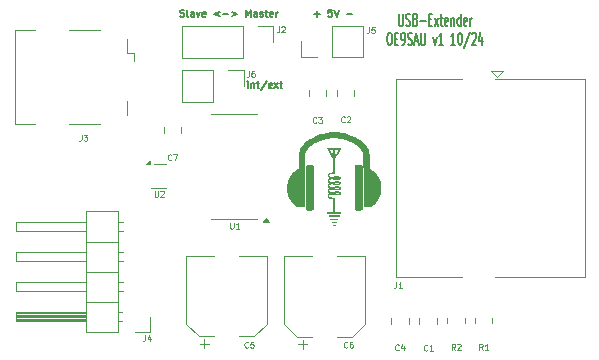
<source format=gbr>
%TF.GenerationSoftware,KiCad,Pcbnew,8.0.5*%
%TF.CreationDate,2024-10-10T08:08:50+02:00*%
%TF.ProjectId,USB-Extender_v1,5553422d-4578-4746-956e-6465725f7631,rev?*%
%TF.SameCoordinates,Original*%
%TF.FileFunction,Legend,Top*%
%TF.FilePolarity,Positive*%
%FSLAX46Y46*%
G04 Gerber Fmt 4.6, Leading zero omitted, Abs format (unit mm)*
G04 Created by KiCad (PCBNEW 8.0.5) date 2024-10-10 08:08:50*
%MOMM*%
%LPD*%
G01*
G04 APERTURE LIST*
%ADD10C,0.150000*%
%ADD11C,0.125000*%
%ADD12C,0.120000*%
%ADD13C,0.000000*%
G04 APERTURE END LIST*
D10*
X114258969Y-59935800D02*
X114344684Y-59964371D01*
X114344684Y-59964371D02*
X114487541Y-59964371D01*
X114487541Y-59964371D02*
X114544684Y-59935800D01*
X114544684Y-59935800D02*
X114573255Y-59907228D01*
X114573255Y-59907228D02*
X114601826Y-59850085D01*
X114601826Y-59850085D02*
X114601826Y-59792942D01*
X114601826Y-59792942D02*
X114573255Y-59735800D01*
X114573255Y-59735800D02*
X114544684Y-59707228D01*
X114544684Y-59707228D02*
X114487541Y-59678657D01*
X114487541Y-59678657D02*
X114373255Y-59650085D01*
X114373255Y-59650085D02*
X114316112Y-59621514D01*
X114316112Y-59621514D02*
X114287541Y-59592942D01*
X114287541Y-59592942D02*
X114258969Y-59535800D01*
X114258969Y-59535800D02*
X114258969Y-59478657D01*
X114258969Y-59478657D02*
X114287541Y-59421514D01*
X114287541Y-59421514D02*
X114316112Y-59392942D01*
X114316112Y-59392942D02*
X114373255Y-59364371D01*
X114373255Y-59364371D02*
X114516112Y-59364371D01*
X114516112Y-59364371D02*
X114601826Y-59392942D01*
X114944684Y-59964371D02*
X114887541Y-59935800D01*
X114887541Y-59935800D02*
X114858970Y-59878657D01*
X114858970Y-59878657D02*
X114858970Y-59364371D01*
X115430399Y-59964371D02*
X115430399Y-59650085D01*
X115430399Y-59650085D02*
X115401827Y-59592942D01*
X115401827Y-59592942D02*
X115344684Y-59564371D01*
X115344684Y-59564371D02*
X115230399Y-59564371D01*
X115230399Y-59564371D02*
X115173256Y-59592942D01*
X115430399Y-59935800D02*
X115373256Y-59964371D01*
X115373256Y-59964371D02*
X115230399Y-59964371D01*
X115230399Y-59964371D02*
X115173256Y-59935800D01*
X115173256Y-59935800D02*
X115144684Y-59878657D01*
X115144684Y-59878657D02*
X115144684Y-59821514D01*
X115144684Y-59821514D02*
X115173256Y-59764371D01*
X115173256Y-59764371D02*
X115230399Y-59735800D01*
X115230399Y-59735800D02*
X115373256Y-59735800D01*
X115373256Y-59735800D02*
X115430399Y-59707228D01*
X115658970Y-59564371D02*
X115801827Y-59964371D01*
X115801827Y-59964371D02*
X115944684Y-59564371D01*
X116401827Y-59935800D02*
X116344684Y-59964371D01*
X116344684Y-59964371D02*
X116230399Y-59964371D01*
X116230399Y-59964371D02*
X116173256Y-59935800D01*
X116173256Y-59935800D02*
X116144684Y-59878657D01*
X116144684Y-59878657D02*
X116144684Y-59650085D01*
X116144684Y-59650085D02*
X116173256Y-59592942D01*
X116173256Y-59592942D02*
X116230399Y-59564371D01*
X116230399Y-59564371D02*
X116344684Y-59564371D01*
X116344684Y-59564371D02*
X116401827Y-59592942D01*
X116401827Y-59592942D02*
X116430399Y-59650085D01*
X116430399Y-59650085D02*
X116430399Y-59707228D01*
X116430399Y-59707228D02*
X116144684Y-59764371D01*
X117601828Y-59564371D02*
X117144685Y-59735800D01*
X117144685Y-59735800D02*
X117601828Y-59907228D01*
X117887542Y-59735800D02*
X118344685Y-59735800D01*
X118630399Y-59564371D02*
X119087542Y-59735800D01*
X119087542Y-59735800D02*
X118630399Y-59907228D01*
X119830399Y-59964371D02*
X119830399Y-59364371D01*
X119830399Y-59364371D02*
X120030399Y-59792942D01*
X120030399Y-59792942D02*
X120230399Y-59364371D01*
X120230399Y-59364371D02*
X120230399Y-59964371D01*
X120773256Y-59964371D02*
X120773256Y-59650085D01*
X120773256Y-59650085D02*
X120744684Y-59592942D01*
X120744684Y-59592942D02*
X120687541Y-59564371D01*
X120687541Y-59564371D02*
X120573256Y-59564371D01*
X120573256Y-59564371D02*
X120516113Y-59592942D01*
X120773256Y-59935800D02*
X120716113Y-59964371D01*
X120716113Y-59964371D02*
X120573256Y-59964371D01*
X120573256Y-59964371D02*
X120516113Y-59935800D01*
X120516113Y-59935800D02*
X120487541Y-59878657D01*
X120487541Y-59878657D02*
X120487541Y-59821514D01*
X120487541Y-59821514D02*
X120516113Y-59764371D01*
X120516113Y-59764371D02*
X120573256Y-59735800D01*
X120573256Y-59735800D02*
X120716113Y-59735800D01*
X120716113Y-59735800D02*
X120773256Y-59707228D01*
X121030398Y-59935800D02*
X121087541Y-59964371D01*
X121087541Y-59964371D02*
X121201827Y-59964371D01*
X121201827Y-59964371D02*
X121258970Y-59935800D01*
X121258970Y-59935800D02*
X121287541Y-59878657D01*
X121287541Y-59878657D02*
X121287541Y-59850085D01*
X121287541Y-59850085D02*
X121258970Y-59792942D01*
X121258970Y-59792942D02*
X121201827Y-59764371D01*
X121201827Y-59764371D02*
X121116113Y-59764371D01*
X121116113Y-59764371D02*
X121058970Y-59735800D01*
X121058970Y-59735800D02*
X121030398Y-59678657D01*
X121030398Y-59678657D02*
X121030398Y-59650085D01*
X121030398Y-59650085D02*
X121058970Y-59592942D01*
X121058970Y-59592942D02*
X121116113Y-59564371D01*
X121116113Y-59564371D02*
X121201827Y-59564371D01*
X121201827Y-59564371D02*
X121258970Y-59592942D01*
X121458969Y-59564371D02*
X121687541Y-59564371D01*
X121544684Y-59364371D02*
X121544684Y-59878657D01*
X121544684Y-59878657D02*
X121573255Y-59935800D01*
X121573255Y-59935800D02*
X121630398Y-59964371D01*
X121630398Y-59964371D02*
X121687541Y-59964371D01*
X122116112Y-59935800D02*
X122058969Y-59964371D01*
X122058969Y-59964371D02*
X121944684Y-59964371D01*
X121944684Y-59964371D02*
X121887541Y-59935800D01*
X121887541Y-59935800D02*
X121858969Y-59878657D01*
X121858969Y-59878657D02*
X121858969Y-59650085D01*
X121858969Y-59650085D02*
X121887541Y-59592942D01*
X121887541Y-59592942D02*
X121944684Y-59564371D01*
X121944684Y-59564371D02*
X122058969Y-59564371D01*
X122058969Y-59564371D02*
X122116112Y-59592942D01*
X122116112Y-59592942D02*
X122144684Y-59650085D01*
X122144684Y-59650085D02*
X122144684Y-59707228D01*
X122144684Y-59707228D02*
X121858969Y-59764371D01*
X122401827Y-59964371D02*
X122401827Y-59564371D01*
X122401827Y-59678657D02*
X122430398Y-59621514D01*
X122430398Y-59621514D02*
X122458970Y-59592942D01*
X122458970Y-59592942D02*
X122516112Y-59564371D01*
X122516112Y-59564371D02*
X122573255Y-59564371D01*
X125615941Y-59735800D02*
X126073084Y-59735800D01*
X125844512Y-59964371D02*
X125844512Y-59507228D01*
X127101655Y-59364371D02*
X126815941Y-59364371D01*
X126815941Y-59364371D02*
X126787369Y-59650085D01*
X126787369Y-59650085D02*
X126815941Y-59621514D01*
X126815941Y-59621514D02*
X126873084Y-59592942D01*
X126873084Y-59592942D02*
X127015941Y-59592942D01*
X127015941Y-59592942D02*
X127073084Y-59621514D01*
X127073084Y-59621514D02*
X127101655Y-59650085D01*
X127101655Y-59650085D02*
X127130226Y-59707228D01*
X127130226Y-59707228D02*
X127130226Y-59850085D01*
X127130226Y-59850085D02*
X127101655Y-59907228D01*
X127101655Y-59907228D02*
X127073084Y-59935800D01*
X127073084Y-59935800D02*
X127015941Y-59964371D01*
X127015941Y-59964371D02*
X126873084Y-59964371D01*
X126873084Y-59964371D02*
X126815941Y-59935800D01*
X126815941Y-59935800D02*
X126787369Y-59907228D01*
X127301655Y-59364371D02*
X127501655Y-59964371D01*
X127501655Y-59964371D02*
X127701655Y-59364371D01*
X128358799Y-59735800D02*
X128815942Y-59735800D01*
X119977141Y-66009571D02*
X119977141Y-65609571D01*
X119977141Y-65409571D02*
X119948569Y-65438142D01*
X119948569Y-65438142D02*
X119977141Y-65466714D01*
X119977141Y-65466714D02*
X120005712Y-65438142D01*
X120005712Y-65438142D02*
X119977141Y-65409571D01*
X119977141Y-65409571D02*
X119977141Y-65466714D01*
X120262855Y-65609571D02*
X120262855Y-66009571D01*
X120262855Y-65666714D02*
X120291426Y-65638142D01*
X120291426Y-65638142D02*
X120348569Y-65609571D01*
X120348569Y-65609571D02*
X120434283Y-65609571D01*
X120434283Y-65609571D02*
X120491426Y-65638142D01*
X120491426Y-65638142D02*
X120519998Y-65695285D01*
X120519998Y-65695285D02*
X120519998Y-66009571D01*
X120719997Y-65609571D02*
X120948569Y-65609571D01*
X120805712Y-65409571D02*
X120805712Y-65923857D01*
X120805712Y-65923857D02*
X120834283Y-65981000D01*
X120834283Y-65981000D02*
X120891426Y-66009571D01*
X120891426Y-66009571D02*
X120948569Y-66009571D01*
X121577140Y-65381000D02*
X121062854Y-66152428D01*
X122005711Y-65981000D02*
X121948568Y-66009571D01*
X121948568Y-66009571D02*
X121834283Y-66009571D01*
X121834283Y-66009571D02*
X121777140Y-65981000D01*
X121777140Y-65981000D02*
X121748568Y-65923857D01*
X121748568Y-65923857D02*
X121748568Y-65695285D01*
X121748568Y-65695285D02*
X121777140Y-65638142D01*
X121777140Y-65638142D02*
X121834283Y-65609571D01*
X121834283Y-65609571D02*
X121948568Y-65609571D01*
X121948568Y-65609571D02*
X122005711Y-65638142D01*
X122005711Y-65638142D02*
X122034283Y-65695285D01*
X122034283Y-65695285D02*
X122034283Y-65752428D01*
X122034283Y-65752428D02*
X121748568Y-65809571D01*
X122234283Y-66009571D02*
X122548569Y-65609571D01*
X122234283Y-65609571D02*
X122548569Y-66009571D01*
X122691425Y-65609571D02*
X122919997Y-65609571D01*
X122777140Y-65409571D02*
X122777140Y-65923857D01*
X122777140Y-65923857D02*
X122805711Y-65981000D01*
X122805711Y-65981000D02*
X122862854Y-66009571D01*
X122862854Y-66009571D02*
X122919997Y-66009571D01*
X132782057Y-59717819D02*
X132782057Y-60527342D01*
X132782057Y-60527342D02*
X132810628Y-60622580D01*
X132810628Y-60622580D02*
X132839200Y-60670200D01*
X132839200Y-60670200D02*
X132896342Y-60717819D01*
X132896342Y-60717819D02*
X133010628Y-60717819D01*
X133010628Y-60717819D02*
X133067771Y-60670200D01*
X133067771Y-60670200D02*
X133096342Y-60622580D01*
X133096342Y-60622580D02*
X133124914Y-60527342D01*
X133124914Y-60527342D02*
X133124914Y-59717819D01*
X133382056Y-60670200D02*
X133467771Y-60717819D01*
X133467771Y-60717819D02*
X133610628Y-60717819D01*
X133610628Y-60717819D02*
X133667771Y-60670200D01*
X133667771Y-60670200D02*
X133696342Y-60622580D01*
X133696342Y-60622580D02*
X133724913Y-60527342D01*
X133724913Y-60527342D02*
X133724913Y-60432104D01*
X133724913Y-60432104D02*
X133696342Y-60336866D01*
X133696342Y-60336866D02*
X133667771Y-60289247D01*
X133667771Y-60289247D02*
X133610628Y-60241628D01*
X133610628Y-60241628D02*
X133496342Y-60194009D01*
X133496342Y-60194009D02*
X133439199Y-60146390D01*
X133439199Y-60146390D02*
X133410628Y-60098771D01*
X133410628Y-60098771D02*
X133382056Y-60003533D01*
X133382056Y-60003533D02*
X133382056Y-59908295D01*
X133382056Y-59908295D02*
X133410628Y-59813057D01*
X133410628Y-59813057D02*
X133439199Y-59765438D01*
X133439199Y-59765438D02*
X133496342Y-59717819D01*
X133496342Y-59717819D02*
X133639199Y-59717819D01*
X133639199Y-59717819D02*
X133724913Y-59765438D01*
X134182057Y-60194009D02*
X134267771Y-60241628D01*
X134267771Y-60241628D02*
X134296342Y-60289247D01*
X134296342Y-60289247D02*
X134324914Y-60384485D01*
X134324914Y-60384485D02*
X134324914Y-60527342D01*
X134324914Y-60527342D02*
X134296342Y-60622580D01*
X134296342Y-60622580D02*
X134267771Y-60670200D01*
X134267771Y-60670200D02*
X134210628Y-60717819D01*
X134210628Y-60717819D02*
X133982057Y-60717819D01*
X133982057Y-60717819D02*
X133982057Y-59717819D01*
X133982057Y-59717819D02*
X134182057Y-59717819D01*
X134182057Y-59717819D02*
X134239200Y-59765438D01*
X134239200Y-59765438D02*
X134267771Y-59813057D01*
X134267771Y-59813057D02*
X134296342Y-59908295D01*
X134296342Y-59908295D02*
X134296342Y-60003533D01*
X134296342Y-60003533D02*
X134267771Y-60098771D01*
X134267771Y-60098771D02*
X134239200Y-60146390D01*
X134239200Y-60146390D02*
X134182057Y-60194009D01*
X134182057Y-60194009D02*
X133982057Y-60194009D01*
X134582057Y-60336866D02*
X135039200Y-60336866D01*
X135324914Y-60194009D02*
X135524914Y-60194009D01*
X135610628Y-60717819D02*
X135324914Y-60717819D01*
X135324914Y-60717819D02*
X135324914Y-59717819D01*
X135324914Y-59717819D02*
X135610628Y-59717819D01*
X135810628Y-60717819D02*
X136124914Y-60051152D01*
X135810628Y-60051152D02*
X136124914Y-60717819D01*
X136267770Y-60051152D02*
X136496342Y-60051152D01*
X136353485Y-59717819D02*
X136353485Y-60574961D01*
X136353485Y-60574961D02*
X136382056Y-60670200D01*
X136382056Y-60670200D02*
X136439199Y-60717819D01*
X136439199Y-60717819D02*
X136496342Y-60717819D01*
X136924913Y-60670200D02*
X136867770Y-60717819D01*
X136867770Y-60717819D02*
X136753485Y-60717819D01*
X136753485Y-60717819D02*
X136696342Y-60670200D01*
X136696342Y-60670200D02*
X136667770Y-60574961D01*
X136667770Y-60574961D02*
X136667770Y-60194009D01*
X136667770Y-60194009D02*
X136696342Y-60098771D01*
X136696342Y-60098771D02*
X136753485Y-60051152D01*
X136753485Y-60051152D02*
X136867770Y-60051152D01*
X136867770Y-60051152D02*
X136924913Y-60098771D01*
X136924913Y-60098771D02*
X136953485Y-60194009D01*
X136953485Y-60194009D02*
X136953485Y-60289247D01*
X136953485Y-60289247D02*
X136667770Y-60384485D01*
X137210628Y-60051152D02*
X137210628Y-60717819D01*
X137210628Y-60146390D02*
X137239199Y-60098771D01*
X137239199Y-60098771D02*
X137296342Y-60051152D01*
X137296342Y-60051152D02*
X137382056Y-60051152D01*
X137382056Y-60051152D02*
X137439199Y-60098771D01*
X137439199Y-60098771D02*
X137467771Y-60194009D01*
X137467771Y-60194009D02*
X137467771Y-60717819D01*
X138010628Y-60717819D02*
X138010628Y-59717819D01*
X138010628Y-60670200D02*
X137953485Y-60717819D01*
X137953485Y-60717819D02*
X137839199Y-60717819D01*
X137839199Y-60717819D02*
X137782056Y-60670200D01*
X137782056Y-60670200D02*
X137753485Y-60622580D01*
X137753485Y-60622580D02*
X137724913Y-60527342D01*
X137724913Y-60527342D02*
X137724913Y-60241628D01*
X137724913Y-60241628D02*
X137753485Y-60146390D01*
X137753485Y-60146390D02*
X137782056Y-60098771D01*
X137782056Y-60098771D02*
X137839199Y-60051152D01*
X137839199Y-60051152D02*
X137953485Y-60051152D01*
X137953485Y-60051152D02*
X138010628Y-60098771D01*
X138524913Y-60670200D02*
X138467770Y-60717819D01*
X138467770Y-60717819D02*
X138353485Y-60717819D01*
X138353485Y-60717819D02*
X138296342Y-60670200D01*
X138296342Y-60670200D02*
X138267770Y-60574961D01*
X138267770Y-60574961D02*
X138267770Y-60194009D01*
X138267770Y-60194009D02*
X138296342Y-60098771D01*
X138296342Y-60098771D02*
X138353485Y-60051152D01*
X138353485Y-60051152D02*
X138467770Y-60051152D01*
X138467770Y-60051152D02*
X138524913Y-60098771D01*
X138524913Y-60098771D02*
X138553485Y-60194009D01*
X138553485Y-60194009D02*
X138553485Y-60289247D01*
X138553485Y-60289247D02*
X138267770Y-60384485D01*
X138810628Y-60717819D02*
X138810628Y-60051152D01*
X138810628Y-60241628D02*
X138839199Y-60146390D01*
X138839199Y-60146390D02*
X138867771Y-60098771D01*
X138867771Y-60098771D02*
X138924913Y-60051152D01*
X138924913Y-60051152D02*
X138982056Y-60051152D01*
X131939198Y-61327763D02*
X132053484Y-61327763D01*
X132053484Y-61327763D02*
X132110627Y-61375382D01*
X132110627Y-61375382D02*
X132167770Y-61470620D01*
X132167770Y-61470620D02*
X132196341Y-61661096D01*
X132196341Y-61661096D02*
X132196341Y-61994429D01*
X132196341Y-61994429D02*
X132167770Y-62184905D01*
X132167770Y-62184905D02*
X132110627Y-62280144D01*
X132110627Y-62280144D02*
X132053484Y-62327763D01*
X132053484Y-62327763D02*
X131939198Y-62327763D01*
X131939198Y-62327763D02*
X131882056Y-62280144D01*
X131882056Y-62280144D02*
X131824913Y-62184905D01*
X131824913Y-62184905D02*
X131796341Y-61994429D01*
X131796341Y-61994429D02*
X131796341Y-61661096D01*
X131796341Y-61661096D02*
X131824913Y-61470620D01*
X131824913Y-61470620D02*
X131882056Y-61375382D01*
X131882056Y-61375382D02*
X131939198Y-61327763D01*
X132453484Y-61803953D02*
X132653484Y-61803953D01*
X132739198Y-62327763D02*
X132453484Y-62327763D01*
X132453484Y-62327763D02*
X132453484Y-61327763D01*
X132453484Y-61327763D02*
X132739198Y-61327763D01*
X133024912Y-62327763D02*
X133139198Y-62327763D01*
X133139198Y-62327763D02*
X133196341Y-62280144D01*
X133196341Y-62280144D02*
X133224912Y-62232524D01*
X133224912Y-62232524D02*
X133282055Y-62089667D01*
X133282055Y-62089667D02*
X133310626Y-61899191D01*
X133310626Y-61899191D02*
X133310626Y-61518239D01*
X133310626Y-61518239D02*
X133282055Y-61423001D01*
X133282055Y-61423001D02*
X133253484Y-61375382D01*
X133253484Y-61375382D02*
X133196341Y-61327763D01*
X133196341Y-61327763D02*
X133082055Y-61327763D01*
X133082055Y-61327763D02*
X133024912Y-61375382D01*
X133024912Y-61375382D02*
X132996341Y-61423001D01*
X132996341Y-61423001D02*
X132967769Y-61518239D01*
X132967769Y-61518239D02*
X132967769Y-61756334D01*
X132967769Y-61756334D02*
X132996341Y-61851572D01*
X132996341Y-61851572D02*
X133024912Y-61899191D01*
X133024912Y-61899191D02*
X133082055Y-61946810D01*
X133082055Y-61946810D02*
X133196341Y-61946810D01*
X133196341Y-61946810D02*
X133253484Y-61899191D01*
X133253484Y-61899191D02*
X133282055Y-61851572D01*
X133282055Y-61851572D02*
X133310626Y-61756334D01*
X133539198Y-62280144D02*
X133624913Y-62327763D01*
X133624913Y-62327763D02*
X133767770Y-62327763D01*
X133767770Y-62327763D02*
X133824913Y-62280144D01*
X133824913Y-62280144D02*
X133853484Y-62232524D01*
X133853484Y-62232524D02*
X133882055Y-62137286D01*
X133882055Y-62137286D02*
X133882055Y-62042048D01*
X133882055Y-62042048D02*
X133853484Y-61946810D01*
X133853484Y-61946810D02*
X133824913Y-61899191D01*
X133824913Y-61899191D02*
X133767770Y-61851572D01*
X133767770Y-61851572D02*
X133653484Y-61803953D01*
X133653484Y-61803953D02*
X133596341Y-61756334D01*
X133596341Y-61756334D02*
X133567770Y-61708715D01*
X133567770Y-61708715D02*
X133539198Y-61613477D01*
X133539198Y-61613477D02*
X133539198Y-61518239D01*
X133539198Y-61518239D02*
X133567770Y-61423001D01*
X133567770Y-61423001D02*
X133596341Y-61375382D01*
X133596341Y-61375382D02*
X133653484Y-61327763D01*
X133653484Y-61327763D02*
X133796341Y-61327763D01*
X133796341Y-61327763D02*
X133882055Y-61375382D01*
X134110627Y-62042048D02*
X134396342Y-62042048D01*
X134053484Y-62327763D02*
X134253484Y-61327763D01*
X134253484Y-61327763D02*
X134453484Y-62327763D01*
X134653485Y-61327763D02*
X134653485Y-62137286D01*
X134653485Y-62137286D02*
X134682056Y-62232524D01*
X134682056Y-62232524D02*
X134710628Y-62280144D01*
X134710628Y-62280144D02*
X134767770Y-62327763D01*
X134767770Y-62327763D02*
X134882056Y-62327763D01*
X134882056Y-62327763D02*
X134939199Y-62280144D01*
X134939199Y-62280144D02*
X134967770Y-62232524D01*
X134967770Y-62232524D02*
X134996342Y-62137286D01*
X134996342Y-62137286D02*
X134996342Y-61327763D01*
X135682056Y-61661096D02*
X135824913Y-62327763D01*
X135824913Y-62327763D02*
X135967770Y-61661096D01*
X136510627Y-62327763D02*
X136167770Y-62327763D01*
X136339199Y-62327763D02*
X136339199Y-61327763D01*
X136339199Y-61327763D02*
X136282056Y-61470620D01*
X136282056Y-61470620D02*
X136224913Y-61565858D01*
X136224913Y-61565858D02*
X136167770Y-61613477D01*
X137539199Y-62327763D02*
X137196342Y-62327763D01*
X137367771Y-62327763D02*
X137367771Y-61327763D01*
X137367771Y-61327763D02*
X137310628Y-61470620D01*
X137310628Y-61470620D02*
X137253485Y-61565858D01*
X137253485Y-61565858D02*
X137196342Y-61613477D01*
X137910628Y-61327763D02*
X137967771Y-61327763D01*
X137967771Y-61327763D02*
X138024914Y-61375382D01*
X138024914Y-61375382D02*
X138053486Y-61423001D01*
X138053486Y-61423001D02*
X138082057Y-61518239D01*
X138082057Y-61518239D02*
X138110628Y-61708715D01*
X138110628Y-61708715D02*
X138110628Y-61946810D01*
X138110628Y-61946810D02*
X138082057Y-62137286D01*
X138082057Y-62137286D02*
X138053486Y-62232524D01*
X138053486Y-62232524D02*
X138024914Y-62280144D01*
X138024914Y-62280144D02*
X137967771Y-62327763D01*
X137967771Y-62327763D02*
X137910628Y-62327763D01*
X137910628Y-62327763D02*
X137853486Y-62280144D01*
X137853486Y-62280144D02*
X137824914Y-62232524D01*
X137824914Y-62232524D02*
X137796343Y-62137286D01*
X137796343Y-62137286D02*
X137767771Y-61946810D01*
X137767771Y-61946810D02*
X137767771Y-61708715D01*
X137767771Y-61708715D02*
X137796343Y-61518239D01*
X137796343Y-61518239D02*
X137824914Y-61423001D01*
X137824914Y-61423001D02*
X137853486Y-61375382D01*
X137853486Y-61375382D02*
X137910628Y-61327763D01*
X138796343Y-61280144D02*
X138282057Y-62565858D01*
X138967771Y-61423001D02*
X138996343Y-61375382D01*
X138996343Y-61375382D02*
X139053486Y-61327763D01*
X139053486Y-61327763D02*
X139196343Y-61327763D01*
X139196343Y-61327763D02*
X139253486Y-61375382D01*
X139253486Y-61375382D02*
X139282057Y-61423001D01*
X139282057Y-61423001D02*
X139310628Y-61518239D01*
X139310628Y-61518239D02*
X139310628Y-61613477D01*
X139310628Y-61613477D02*
X139282057Y-61756334D01*
X139282057Y-61756334D02*
X138939200Y-62327763D01*
X138939200Y-62327763D02*
X139310628Y-62327763D01*
X139824915Y-61661096D02*
X139824915Y-62327763D01*
X139682057Y-61280144D02*
X139539200Y-61994429D01*
X139539200Y-61994429D02*
X139910629Y-61994429D01*
D11*
X128186666Y-68858790D02*
X128162857Y-68882600D01*
X128162857Y-68882600D02*
X128091428Y-68906409D01*
X128091428Y-68906409D02*
X128043809Y-68906409D01*
X128043809Y-68906409D02*
X127972381Y-68882600D01*
X127972381Y-68882600D02*
X127924762Y-68834980D01*
X127924762Y-68834980D02*
X127900952Y-68787361D01*
X127900952Y-68787361D02*
X127877143Y-68692123D01*
X127877143Y-68692123D02*
X127877143Y-68620695D01*
X127877143Y-68620695D02*
X127900952Y-68525457D01*
X127900952Y-68525457D02*
X127924762Y-68477838D01*
X127924762Y-68477838D02*
X127972381Y-68430219D01*
X127972381Y-68430219D02*
X128043809Y-68406409D01*
X128043809Y-68406409D02*
X128091428Y-68406409D01*
X128091428Y-68406409D02*
X128162857Y-68430219D01*
X128162857Y-68430219D02*
X128186666Y-68454028D01*
X128377143Y-68454028D02*
X128400952Y-68430219D01*
X128400952Y-68430219D02*
X128448571Y-68406409D01*
X128448571Y-68406409D02*
X128567619Y-68406409D01*
X128567619Y-68406409D02*
X128615238Y-68430219D01*
X128615238Y-68430219D02*
X128639047Y-68454028D01*
X128639047Y-68454028D02*
X128662857Y-68501647D01*
X128662857Y-68501647D02*
X128662857Y-68549266D01*
X128662857Y-68549266D02*
X128639047Y-68620695D01*
X128639047Y-68620695D02*
X128353333Y-68906409D01*
X128353333Y-68906409D02*
X128662857Y-68906409D01*
X130236933Y-60837209D02*
X130236933Y-61194352D01*
X130236933Y-61194352D02*
X130213124Y-61265780D01*
X130213124Y-61265780D02*
X130165505Y-61313400D01*
X130165505Y-61313400D02*
X130094076Y-61337209D01*
X130094076Y-61337209D02*
X130046457Y-61337209D01*
X130713123Y-60837209D02*
X130475028Y-60837209D01*
X130475028Y-60837209D02*
X130451219Y-61075304D01*
X130451219Y-61075304D02*
X130475028Y-61051495D01*
X130475028Y-61051495D02*
X130522647Y-61027685D01*
X130522647Y-61027685D02*
X130641695Y-61027685D01*
X130641695Y-61027685D02*
X130689314Y-61051495D01*
X130689314Y-61051495D02*
X130713123Y-61075304D01*
X130713123Y-61075304D02*
X130736933Y-61122923D01*
X130736933Y-61122923D02*
X130736933Y-61241971D01*
X130736933Y-61241971D02*
X130713123Y-61289590D01*
X130713123Y-61289590D02*
X130689314Y-61313400D01*
X130689314Y-61313400D02*
X130641695Y-61337209D01*
X130641695Y-61337209D02*
X130522647Y-61337209D01*
X130522647Y-61337209D02*
X130475028Y-61313400D01*
X130475028Y-61313400D02*
X130451219Y-61289590D01*
X120076933Y-64545609D02*
X120076933Y-64902752D01*
X120076933Y-64902752D02*
X120053124Y-64974180D01*
X120053124Y-64974180D02*
X120005505Y-65021800D01*
X120005505Y-65021800D02*
X119934076Y-65045609D01*
X119934076Y-65045609D02*
X119886457Y-65045609D01*
X120529314Y-64545609D02*
X120434076Y-64545609D01*
X120434076Y-64545609D02*
X120386457Y-64569419D01*
X120386457Y-64569419D02*
X120362647Y-64593228D01*
X120362647Y-64593228D02*
X120315028Y-64664657D01*
X120315028Y-64664657D02*
X120291219Y-64759895D01*
X120291219Y-64759895D02*
X120291219Y-64950371D01*
X120291219Y-64950371D02*
X120315028Y-64997990D01*
X120315028Y-64997990D02*
X120338838Y-65021800D01*
X120338838Y-65021800D02*
X120386457Y-65045609D01*
X120386457Y-65045609D02*
X120481695Y-65045609D01*
X120481695Y-65045609D02*
X120529314Y-65021800D01*
X120529314Y-65021800D02*
X120553123Y-64997990D01*
X120553123Y-64997990D02*
X120576933Y-64950371D01*
X120576933Y-64950371D02*
X120576933Y-64831323D01*
X120576933Y-64831323D02*
X120553123Y-64783704D01*
X120553123Y-64783704D02*
X120529314Y-64759895D01*
X120529314Y-64759895D02*
X120481695Y-64736085D01*
X120481695Y-64736085D02*
X120386457Y-64736085D01*
X120386457Y-64736085D02*
X120338838Y-64759895D01*
X120338838Y-64759895D02*
X120315028Y-64783704D01*
X120315028Y-64783704D02*
X120291219Y-64831323D01*
X111288533Y-86897609D02*
X111288533Y-87254752D01*
X111288533Y-87254752D02*
X111264724Y-87326180D01*
X111264724Y-87326180D02*
X111217105Y-87373800D01*
X111217105Y-87373800D02*
X111145676Y-87397609D01*
X111145676Y-87397609D02*
X111098057Y-87397609D01*
X111740914Y-87064276D02*
X111740914Y-87397609D01*
X111621866Y-86873800D02*
X111502819Y-87230942D01*
X111502819Y-87230942D02*
X111812342Y-87230942D01*
X135197066Y-88188190D02*
X135173257Y-88212000D01*
X135173257Y-88212000D02*
X135101828Y-88235809D01*
X135101828Y-88235809D02*
X135054209Y-88235809D01*
X135054209Y-88235809D02*
X134982781Y-88212000D01*
X134982781Y-88212000D02*
X134935162Y-88164380D01*
X134935162Y-88164380D02*
X134911352Y-88116761D01*
X134911352Y-88116761D02*
X134887543Y-88021523D01*
X134887543Y-88021523D02*
X134887543Y-87950095D01*
X134887543Y-87950095D02*
X134911352Y-87854857D01*
X134911352Y-87854857D02*
X134935162Y-87807238D01*
X134935162Y-87807238D02*
X134982781Y-87759619D01*
X134982781Y-87759619D02*
X135054209Y-87735809D01*
X135054209Y-87735809D02*
X135101828Y-87735809D01*
X135101828Y-87735809D02*
X135173257Y-87759619D01*
X135173257Y-87759619D02*
X135197066Y-87783428D01*
X135673257Y-88235809D02*
X135387543Y-88235809D01*
X135530400Y-88235809D02*
X135530400Y-87735809D01*
X135530400Y-87735809D02*
X135482781Y-87807238D01*
X135482781Y-87807238D02*
X135435162Y-87854857D01*
X135435162Y-87854857D02*
X135387543Y-87878666D01*
X128415266Y-87926590D02*
X128391457Y-87950400D01*
X128391457Y-87950400D02*
X128320028Y-87974209D01*
X128320028Y-87974209D02*
X128272409Y-87974209D01*
X128272409Y-87974209D02*
X128200981Y-87950400D01*
X128200981Y-87950400D02*
X128153362Y-87902780D01*
X128153362Y-87902780D02*
X128129552Y-87855161D01*
X128129552Y-87855161D02*
X128105743Y-87759923D01*
X128105743Y-87759923D02*
X128105743Y-87688495D01*
X128105743Y-87688495D02*
X128129552Y-87593257D01*
X128129552Y-87593257D02*
X128153362Y-87545638D01*
X128153362Y-87545638D02*
X128200981Y-87498019D01*
X128200981Y-87498019D02*
X128272409Y-87474209D01*
X128272409Y-87474209D02*
X128320028Y-87474209D01*
X128320028Y-87474209D02*
X128391457Y-87498019D01*
X128391457Y-87498019D02*
X128415266Y-87521828D01*
X128843838Y-87474209D02*
X128748600Y-87474209D01*
X128748600Y-87474209D02*
X128700981Y-87498019D01*
X128700981Y-87498019D02*
X128677171Y-87521828D01*
X128677171Y-87521828D02*
X128629552Y-87593257D01*
X128629552Y-87593257D02*
X128605743Y-87688495D01*
X128605743Y-87688495D02*
X128605743Y-87878971D01*
X128605743Y-87878971D02*
X128629552Y-87926590D01*
X128629552Y-87926590D02*
X128653362Y-87950400D01*
X128653362Y-87950400D02*
X128700981Y-87974209D01*
X128700981Y-87974209D02*
X128796219Y-87974209D01*
X128796219Y-87974209D02*
X128843838Y-87950400D01*
X128843838Y-87950400D02*
X128867647Y-87926590D01*
X128867647Y-87926590D02*
X128891457Y-87878971D01*
X128891457Y-87878971D02*
X128891457Y-87759923D01*
X128891457Y-87759923D02*
X128867647Y-87712304D01*
X128867647Y-87712304D02*
X128843838Y-87688495D01*
X128843838Y-87688495D02*
X128796219Y-87664685D01*
X128796219Y-87664685D02*
X128700981Y-87664685D01*
X128700981Y-87664685D02*
X128653362Y-87688495D01*
X128653362Y-87688495D02*
X128629552Y-87712304D01*
X128629552Y-87712304D02*
X128605743Y-87759923D01*
X132758666Y-88161590D02*
X132734857Y-88185400D01*
X132734857Y-88185400D02*
X132663428Y-88209209D01*
X132663428Y-88209209D02*
X132615809Y-88209209D01*
X132615809Y-88209209D02*
X132544381Y-88185400D01*
X132544381Y-88185400D02*
X132496762Y-88137780D01*
X132496762Y-88137780D02*
X132472952Y-88090161D01*
X132472952Y-88090161D02*
X132449143Y-87994923D01*
X132449143Y-87994923D02*
X132449143Y-87923495D01*
X132449143Y-87923495D02*
X132472952Y-87828257D01*
X132472952Y-87828257D02*
X132496762Y-87780638D01*
X132496762Y-87780638D02*
X132544381Y-87733019D01*
X132544381Y-87733019D02*
X132615809Y-87709209D01*
X132615809Y-87709209D02*
X132663428Y-87709209D01*
X132663428Y-87709209D02*
X132734857Y-87733019D01*
X132734857Y-87733019D02*
X132758666Y-87756828D01*
X133187238Y-87875876D02*
X133187238Y-88209209D01*
X133068190Y-87685400D02*
X132949143Y-88042542D01*
X132949143Y-88042542D02*
X133258666Y-88042542D01*
X125799066Y-68909590D02*
X125775257Y-68933400D01*
X125775257Y-68933400D02*
X125703828Y-68957209D01*
X125703828Y-68957209D02*
X125656209Y-68957209D01*
X125656209Y-68957209D02*
X125584781Y-68933400D01*
X125584781Y-68933400D02*
X125537162Y-68885780D01*
X125537162Y-68885780D02*
X125513352Y-68838161D01*
X125513352Y-68838161D02*
X125489543Y-68742923D01*
X125489543Y-68742923D02*
X125489543Y-68671495D01*
X125489543Y-68671495D02*
X125513352Y-68576257D01*
X125513352Y-68576257D02*
X125537162Y-68528638D01*
X125537162Y-68528638D02*
X125584781Y-68481019D01*
X125584781Y-68481019D02*
X125656209Y-68457209D01*
X125656209Y-68457209D02*
X125703828Y-68457209D01*
X125703828Y-68457209D02*
X125775257Y-68481019D01*
X125775257Y-68481019D02*
X125799066Y-68504828D01*
X125965733Y-68457209D02*
X126275257Y-68457209D01*
X126275257Y-68457209D02*
X126108590Y-68647685D01*
X126108590Y-68647685D02*
X126180019Y-68647685D01*
X126180019Y-68647685D02*
X126227638Y-68671495D01*
X126227638Y-68671495D02*
X126251447Y-68695304D01*
X126251447Y-68695304D02*
X126275257Y-68742923D01*
X126275257Y-68742923D02*
X126275257Y-68861971D01*
X126275257Y-68861971D02*
X126251447Y-68909590D01*
X126251447Y-68909590D02*
X126227638Y-68933400D01*
X126227638Y-68933400D02*
X126180019Y-68957209D01*
X126180019Y-68957209D02*
X126037162Y-68957209D01*
X126037162Y-68957209D02*
X125989543Y-68933400D01*
X125989543Y-68933400D02*
X125965733Y-68909590D01*
X139870666Y-88159609D02*
X139704000Y-87921514D01*
X139584952Y-88159609D02*
X139584952Y-87659609D01*
X139584952Y-87659609D02*
X139775428Y-87659609D01*
X139775428Y-87659609D02*
X139823047Y-87683419D01*
X139823047Y-87683419D02*
X139846857Y-87707228D01*
X139846857Y-87707228D02*
X139870666Y-87754847D01*
X139870666Y-87754847D02*
X139870666Y-87826276D01*
X139870666Y-87826276D02*
X139846857Y-87873895D01*
X139846857Y-87873895D02*
X139823047Y-87897704D01*
X139823047Y-87897704D02*
X139775428Y-87921514D01*
X139775428Y-87921514D02*
X139584952Y-87921514D01*
X140346857Y-88159609D02*
X140061143Y-88159609D01*
X140204000Y-88159609D02*
X140204000Y-87659609D01*
X140204000Y-87659609D02*
X140156381Y-87731038D01*
X140156381Y-87731038D02*
X140108762Y-87778657D01*
X140108762Y-87778657D02*
X140061143Y-87802466D01*
X105903733Y-69955809D02*
X105903733Y-70312952D01*
X105903733Y-70312952D02*
X105879924Y-70384380D01*
X105879924Y-70384380D02*
X105832305Y-70432000D01*
X105832305Y-70432000D02*
X105760876Y-70455809D01*
X105760876Y-70455809D02*
X105713257Y-70455809D01*
X106094209Y-69955809D02*
X106403733Y-69955809D01*
X106403733Y-69955809D02*
X106237066Y-70146285D01*
X106237066Y-70146285D02*
X106308495Y-70146285D01*
X106308495Y-70146285D02*
X106356114Y-70170095D01*
X106356114Y-70170095D02*
X106379923Y-70193904D01*
X106379923Y-70193904D02*
X106403733Y-70241523D01*
X106403733Y-70241523D02*
X106403733Y-70360571D01*
X106403733Y-70360571D02*
X106379923Y-70408190D01*
X106379923Y-70408190D02*
X106356114Y-70432000D01*
X106356114Y-70432000D02*
X106308495Y-70455809D01*
X106308495Y-70455809D02*
X106165638Y-70455809D01*
X106165638Y-70455809D02*
X106118019Y-70432000D01*
X106118019Y-70432000D02*
X106094209Y-70408190D01*
X118491047Y-77398009D02*
X118491047Y-77802771D01*
X118491047Y-77802771D02*
X118514857Y-77850390D01*
X118514857Y-77850390D02*
X118538666Y-77874200D01*
X118538666Y-77874200D02*
X118586285Y-77898009D01*
X118586285Y-77898009D02*
X118681523Y-77898009D01*
X118681523Y-77898009D02*
X118729142Y-77874200D01*
X118729142Y-77874200D02*
X118752952Y-77850390D01*
X118752952Y-77850390D02*
X118776761Y-77802771D01*
X118776761Y-77802771D02*
X118776761Y-77398009D01*
X119276762Y-77898009D02*
X118991048Y-77898009D01*
X119133905Y-77898009D02*
X119133905Y-77398009D01*
X119133905Y-77398009D02*
X119086286Y-77469438D01*
X119086286Y-77469438D02*
X119038667Y-77517057D01*
X119038667Y-77517057D02*
X118991048Y-77540866D01*
X137533866Y-88159609D02*
X137367200Y-87921514D01*
X137248152Y-88159609D02*
X137248152Y-87659609D01*
X137248152Y-87659609D02*
X137438628Y-87659609D01*
X137438628Y-87659609D02*
X137486247Y-87683419D01*
X137486247Y-87683419D02*
X137510057Y-87707228D01*
X137510057Y-87707228D02*
X137533866Y-87754847D01*
X137533866Y-87754847D02*
X137533866Y-87826276D01*
X137533866Y-87826276D02*
X137510057Y-87873895D01*
X137510057Y-87873895D02*
X137486247Y-87897704D01*
X137486247Y-87897704D02*
X137438628Y-87921514D01*
X137438628Y-87921514D02*
X137248152Y-87921514D01*
X137724343Y-87707228D02*
X137748152Y-87683419D01*
X137748152Y-87683419D02*
X137795771Y-87659609D01*
X137795771Y-87659609D02*
X137914819Y-87659609D01*
X137914819Y-87659609D02*
X137962438Y-87683419D01*
X137962438Y-87683419D02*
X137986247Y-87707228D01*
X137986247Y-87707228D02*
X138010057Y-87754847D01*
X138010057Y-87754847D02*
X138010057Y-87802466D01*
X138010057Y-87802466D02*
X137986247Y-87873895D01*
X137986247Y-87873895D02*
X137700533Y-88159609D01*
X137700533Y-88159609D02*
X138010057Y-88159609D01*
X122616933Y-60786409D02*
X122616933Y-61143552D01*
X122616933Y-61143552D02*
X122593124Y-61214980D01*
X122593124Y-61214980D02*
X122545505Y-61262600D01*
X122545505Y-61262600D02*
X122474076Y-61286409D01*
X122474076Y-61286409D02*
X122426457Y-61286409D01*
X122831219Y-60834028D02*
X122855028Y-60810219D01*
X122855028Y-60810219D02*
X122902647Y-60786409D01*
X122902647Y-60786409D02*
X123021695Y-60786409D01*
X123021695Y-60786409D02*
X123069314Y-60810219D01*
X123069314Y-60810219D02*
X123093123Y-60834028D01*
X123093123Y-60834028D02*
X123116933Y-60881647D01*
X123116933Y-60881647D02*
X123116933Y-60929266D01*
X123116933Y-60929266D02*
X123093123Y-61000695D01*
X123093123Y-61000695D02*
X122807409Y-61286409D01*
X122807409Y-61286409D02*
X123116933Y-61286409D01*
X113505466Y-72066990D02*
X113481657Y-72090800D01*
X113481657Y-72090800D02*
X113410228Y-72114609D01*
X113410228Y-72114609D02*
X113362609Y-72114609D01*
X113362609Y-72114609D02*
X113291181Y-72090800D01*
X113291181Y-72090800D02*
X113243562Y-72043180D01*
X113243562Y-72043180D02*
X113219752Y-71995561D01*
X113219752Y-71995561D02*
X113195943Y-71900323D01*
X113195943Y-71900323D02*
X113195943Y-71828895D01*
X113195943Y-71828895D02*
X113219752Y-71733657D01*
X113219752Y-71733657D02*
X113243562Y-71686038D01*
X113243562Y-71686038D02*
X113291181Y-71638419D01*
X113291181Y-71638419D02*
X113362609Y-71614609D01*
X113362609Y-71614609D02*
X113410228Y-71614609D01*
X113410228Y-71614609D02*
X113481657Y-71638419D01*
X113481657Y-71638419D02*
X113505466Y-71662228D01*
X113672133Y-71614609D02*
X114005466Y-71614609D01*
X114005466Y-71614609D02*
X113791181Y-72114609D01*
X132548333Y-82452609D02*
X132548333Y-82809752D01*
X132548333Y-82809752D02*
X132524524Y-82881180D01*
X132524524Y-82881180D02*
X132476905Y-82928800D01*
X132476905Y-82928800D02*
X132405476Y-82952609D01*
X132405476Y-82952609D02*
X132357857Y-82952609D01*
X133048333Y-82952609D02*
X132762619Y-82952609D01*
X132905476Y-82952609D02*
X132905476Y-82452609D01*
X132905476Y-82452609D02*
X132857857Y-82524038D01*
X132857857Y-82524038D02*
X132810238Y-82571657D01*
X132810238Y-82571657D02*
X132762619Y-82595466D01*
X112090247Y-74705609D02*
X112090247Y-75110371D01*
X112090247Y-75110371D02*
X112114057Y-75157990D01*
X112114057Y-75157990D02*
X112137866Y-75181800D01*
X112137866Y-75181800D02*
X112185485Y-75205609D01*
X112185485Y-75205609D02*
X112280723Y-75205609D01*
X112280723Y-75205609D02*
X112328342Y-75181800D01*
X112328342Y-75181800D02*
X112352152Y-75157990D01*
X112352152Y-75157990D02*
X112375961Y-75110371D01*
X112375961Y-75110371D02*
X112375961Y-74705609D01*
X112590248Y-74753228D02*
X112614057Y-74729419D01*
X112614057Y-74729419D02*
X112661676Y-74705609D01*
X112661676Y-74705609D02*
X112780724Y-74705609D01*
X112780724Y-74705609D02*
X112828343Y-74729419D01*
X112828343Y-74729419D02*
X112852152Y-74753228D01*
X112852152Y-74753228D02*
X112875962Y-74800847D01*
X112875962Y-74800847D02*
X112875962Y-74848466D01*
X112875962Y-74848466D02*
X112852152Y-74919895D01*
X112852152Y-74919895D02*
X112566438Y-75205609D01*
X112566438Y-75205609D02*
X112875962Y-75205609D01*
X120007866Y-87926590D02*
X119984057Y-87950400D01*
X119984057Y-87950400D02*
X119912628Y-87974209D01*
X119912628Y-87974209D02*
X119865009Y-87974209D01*
X119865009Y-87974209D02*
X119793581Y-87950400D01*
X119793581Y-87950400D02*
X119745962Y-87902780D01*
X119745962Y-87902780D02*
X119722152Y-87855161D01*
X119722152Y-87855161D02*
X119698343Y-87759923D01*
X119698343Y-87759923D02*
X119698343Y-87688495D01*
X119698343Y-87688495D02*
X119722152Y-87593257D01*
X119722152Y-87593257D02*
X119745962Y-87545638D01*
X119745962Y-87545638D02*
X119793581Y-87498019D01*
X119793581Y-87498019D02*
X119865009Y-87474209D01*
X119865009Y-87474209D02*
X119912628Y-87474209D01*
X119912628Y-87474209D02*
X119984057Y-87498019D01*
X119984057Y-87498019D02*
X120007866Y-87521828D01*
X120460247Y-87474209D02*
X120222152Y-87474209D01*
X120222152Y-87474209D02*
X120198343Y-87712304D01*
X120198343Y-87712304D02*
X120222152Y-87688495D01*
X120222152Y-87688495D02*
X120269771Y-87664685D01*
X120269771Y-87664685D02*
X120388819Y-87664685D01*
X120388819Y-87664685D02*
X120436438Y-87688495D01*
X120436438Y-87688495D02*
X120460247Y-87712304D01*
X120460247Y-87712304D02*
X120484057Y-87759923D01*
X120484057Y-87759923D02*
X120484057Y-87878971D01*
X120484057Y-87878971D02*
X120460247Y-87926590D01*
X120460247Y-87926590D02*
X120436438Y-87950400D01*
X120436438Y-87950400D02*
X120388819Y-87974209D01*
X120388819Y-87974209D02*
X120269771Y-87974209D01*
X120269771Y-87974209D02*
X120222152Y-87950400D01*
X120222152Y-87950400D02*
X120198343Y-87926590D01*
D12*
%TO.C,C2*%
X127535000Y-66163648D02*
X127535000Y-66686152D01*
X129005000Y-66163648D02*
X129005000Y-66686152D01*
%TO.C,J5*%
X124527000Y-63382200D02*
X124527000Y-62052200D01*
X125857000Y-63382200D02*
X124527000Y-63382200D01*
X127127000Y-60722200D02*
X129727000Y-60722200D01*
X127127000Y-63382200D02*
X127127000Y-60722200D01*
X127127000Y-63382200D02*
X129727000Y-63382200D01*
X129727000Y-63382200D02*
X129727000Y-60722200D01*
%TO.C,J6*%
X114448200Y-64506800D02*
X114448200Y-67166800D01*
X117048200Y-64506800D02*
X114448200Y-64506800D01*
X117048200Y-64506800D02*
X117048200Y-67166800D01*
X117048200Y-67166800D02*
X114448200Y-67166800D01*
X118318200Y-64506800D02*
X119648200Y-64506800D01*
X119648200Y-64506800D02*
X119648200Y-65836800D01*
%TO.C,J4*%
X100320000Y-77344000D02*
X106320000Y-77344000D01*
X100320000Y-78104000D02*
X100320000Y-77344000D01*
X100320000Y-79884000D02*
X106320000Y-79884000D01*
X100320000Y-80644000D02*
X100320000Y-79884000D01*
X100320000Y-82424000D02*
X106320000Y-82424000D01*
X100320000Y-83184000D02*
X100320000Y-82424000D01*
X100320000Y-84964000D02*
X106320000Y-84964000D01*
X100320000Y-85724000D02*
X100320000Y-84964000D01*
X106320000Y-76394000D02*
X106320000Y-86674000D01*
X106320000Y-78104000D02*
X100320000Y-78104000D01*
X106320000Y-80644000D02*
X100320000Y-80644000D01*
X106320000Y-83184000D02*
X100320000Y-83184000D01*
X106320000Y-85064000D02*
X100320000Y-85064000D01*
X106320000Y-85184000D02*
X100320000Y-85184000D01*
X106320000Y-85304000D02*
X100320000Y-85304000D01*
X106320000Y-85424000D02*
X100320000Y-85424000D01*
X106320000Y-85544000D02*
X100320000Y-85544000D01*
X106320000Y-85664000D02*
X100320000Y-85664000D01*
X106320000Y-85724000D02*
X100320000Y-85724000D01*
X106320000Y-86674000D02*
X108980000Y-86674000D01*
X108980000Y-76394000D02*
X106320000Y-76394000D01*
X108980000Y-78994000D02*
X106320000Y-78994000D01*
X108980000Y-81534000D02*
X106320000Y-81534000D01*
X108980000Y-84074000D02*
X106320000Y-84074000D01*
X108980000Y-86674000D02*
X108980000Y-76394000D01*
X109310000Y-84964000D02*
X108980000Y-84964000D01*
X109310000Y-85724000D02*
X108980000Y-85724000D01*
X109377071Y-77344000D02*
X108980000Y-77344000D01*
X109377071Y-78104000D02*
X108980000Y-78104000D01*
X109377071Y-79884000D02*
X108980000Y-79884000D01*
X109377071Y-80644000D02*
X108980000Y-80644000D01*
X109377071Y-82424000D02*
X108980000Y-82424000D01*
X109377071Y-83184000D02*
X108980000Y-83184000D01*
X111690000Y-85344000D02*
X111690000Y-86614000D01*
X111690000Y-86614000D02*
X110420000Y-86614000D01*
%TO.C,C1*%
X134494600Y-85441048D02*
X134494600Y-85963552D01*
X135964600Y-85441048D02*
X135964600Y-85963552D01*
%TO.C,C6*%
X123082000Y-80250000D02*
X125432000Y-80250000D01*
X123082000Y-86005563D02*
X123082000Y-80250000D01*
X124146437Y-87070000D02*
X123082000Y-86005563D01*
X124146437Y-87070000D02*
X125432000Y-87070000D01*
X124250750Y-87703750D02*
X125038250Y-87703750D01*
X124644500Y-88097500D02*
X124644500Y-87310000D01*
X128837563Y-87070000D02*
X127552000Y-87070000D01*
X128837563Y-87070000D02*
X129902000Y-86005563D01*
X129902000Y-80250000D02*
X127552000Y-80250000D01*
X129902000Y-86005563D02*
X129902000Y-80250000D01*
%TO.C,C4*%
X132132400Y-85441048D02*
X132132400Y-85963552D01*
X133602400Y-85441048D02*
X133602400Y-85963552D01*
%TO.C,C3*%
X125147400Y-66185148D02*
X125147400Y-66707652D01*
X126617400Y-66185148D02*
X126617400Y-66707652D01*
%TO.C,R1*%
X139219000Y-85456536D02*
X139219000Y-85910664D01*
X140689000Y-85456536D02*
X140689000Y-85910664D01*
%TO.C,J3*%
X100272600Y-61114800D02*
X100272600Y-69034800D01*
X100272600Y-69034800D02*
X101932600Y-69034800D01*
X101932600Y-61114800D02*
X100272600Y-61114800D01*
X104832600Y-61114800D02*
X107432600Y-61114800D01*
X107432600Y-69034800D02*
X104832600Y-69034800D01*
X109742600Y-61874800D02*
X109742600Y-63024800D01*
X109742600Y-63024800D02*
X110332600Y-63024800D01*
X109742600Y-67124800D02*
X109742600Y-68274800D01*
X110332600Y-63024800D02*
X110332600Y-63724800D01*
%TO.C,U1*%
X118835400Y-68209000D02*
X116885400Y-68209000D01*
X118835400Y-68209000D02*
X120785400Y-68209000D01*
X118835400Y-77079000D02*
X116885400Y-77079000D01*
X118835400Y-77079000D02*
X120785400Y-77079000D01*
X121775400Y-77344000D02*
X121295400Y-77344000D01*
X121535400Y-77014000D01*
X121775400Y-77344000D01*
G36*
X121775400Y-77344000D02*
G01*
X121295400Y-77344000D01*
X121535400Y-77014000D01*
X121775400Y-77344000D01*
G37*
%TO.C,R2*%
X136882200Y-85456536D02*
X136882200Y-85910664D01*
X138352200Y-85456536D02*
X138352200Y-85910664D01*
D13*
%TO.C,g1*%
G36*
X127421934Y-77639285D02*
G01*
X127421934Y-77702357D01*
X127300295Y-77702357D01*
X127178656Y-77702357D01*
X127178656Y-77639285D01*
X127178656Y-77576213D01*
X127300295Y-77576213D01*
X127421934Y-77576213D01*
X127421934Y-77639285D01*
G37*
G36*
X127647191Y-77107678D02*
G01*
X127647191Y-77170750D01*
X127300295Y-77170750D01*
X126953399Y-77170750D01*
X126953399Y-77107678D01*
X126953399Y-77044606D01*
X127300295Y-77044606D01*
X127647191Y-77044606D01*
X127647191Y-77107678D01*
G37*
G36*
X127521047Y-77372132D02*
G01*
X127521047Y-77441058D01*
X127300295Y-77441058D01*
X127079543Y-77441058D01*
X127079543Y-77377986D01*
X127079543Y-77314914D01*
X127217818Y-77314914D01*
X127274509Y-77314502D01*
X127332889Y-77313371D01*
X127386875Y-77311683D01*
X127430383Y-77309600D01*
X127438570Y-77309060D01*
X127521047Y-77303206D01*
X127521047Y-77372132D01*
G37*
G36*
X127140362Y-76777330D02*
G01*
X127222216Y-76778828D01*
X127306718Y-76780188D01*
X127389991Y-76781362D01*
X127468161Y-76782300D01*
X127537352Y-76782952D01*
X127593690Y-76783270D01*
X127608897Y-76783293D01*
X127773335Y-76783307D01*
X127773335Y-76841874D01*
X127773335Y-76900441D01*
X127414338Y-76900441D01*
X127330347Y-76900594D01*
X127247524Y-76901029D01*
X127168641Y-76901712D01*
X127096469Y-76902607D01*
X127033779Y-76903680D01*
X126983343Y-76904896D01*
X126947931Y-76906220D01*
X126945803Y-76906331D01*
X126836265Y-76912221D01*
X126836265Y-76841801D01*
X126836265Y-76771381D01*
X127140362Y-76777330D01*
G37*
G36*
X125283902Y-72522102D02*
G01*
X125336302Y-72523184D01*
X125381017Y-72525022D01*
X125414384Y-72527623D01*
X125430660Y-72530317D01*
X125469975Y-72548597D01*
X125508609Y-72579110D01*
X125540692Y-72616833D01*
X125550308Y-72632689D01*
X125570320Y-72670111D01*
X125569734Y-74436128D01*
X125569636Y-74657632D01*
X125569490Y-74861709D01*
X125569294Y-75048953D01*
X125569044Y-75219958D01*
X125568735Y-75375317D01*
X125568365Y-75515624D01*
X125567929Y-75641472D01*
X125567423Y-75753456D01*
X125566843Y-75852168D01*
X125566187Y-75938203D01*
X125565450Y-76012154D01*
X125564628Y-76074615D01*
X125563718Y-76126180D01*
X125562715Y-76167442D01*
X125561616Y-76198994D01*
X125560418Y-76221432D01*
X125559116Y-76235348D01*
X125558234Y-76240028D01*
X125534590Y-76290394D01*
X125496011Y-76331951D01*
X125463315Y-76353461D01*
X125449381Y-76360294D01*
X125434808Y-76365396D01*
X125416744Y-76369047D01*
X125392338Y-76371527D01*
X125358736Y-76373115D01*
X125313088Y-76374091D01*
X125252541Y-76374735D01*
X125245949Y-76374789D01*
X125187310Y-76374885D01*
X125131711Y-76374286D01*
X125082853Y-76373085D01*
X125044438Y-76371374D01*
X125020168Y-76369246D01*
X125019452Y-76369139D01*
X124963932Y-76354023D01*
X124921642Y-76327392D01*
X124896178Y-76296752D01*
X124876528Y-76265216D01*
X124876528Y-74467664D01*
X124876532Y-74255879D01*
X124876550Y-74061365D01*
X124876588Y-73883373D01*
X124876653Y-73721154D01*
X124876753Y-73573956D01*
X124876892Y-73441032D01*
X124877080Y-73321632D01*
X124877322Y-73215005D01*
X124877625Y-73120404D01*
X124877997Y-73037077D01*
X124878443Y-72964276D01*
X124878971Y-72901251D01*
X124879588Y-72847253D01*
X124880300Y-72801533D01*
X124881114Y-72763340D01*
X124882038Y-72731925D01*
X124883077Y-72706539D01*
X124884239Y-72686432D01*
X124885531Y-72670855D01*
X124886959Y-72659058D01*
X124888530Y-72650292D01*
X124890252Y-72643808D01*
X124892131Y-72638855D01*
X124893222Y-72636534D01*
X124918404Y-72599200D01*
X124952892Y-72565336D01*
X124990809Y-72540103D01*
X125013297Y-72531102D01*
X125034864Y-72527792D01*
X125070730Y-72525197D01*
X125117231Y-72523324D01*
X125170702Y-72522179D01*
X125227481Y-72521770D01*
X125283902Y-72522102D01*
G37*
G36*
X129459664Y-72530602D02*
G01*
X129524108Y-72531357D01*
X129574672Y-72533171D01*
X129613427Y-72536501D01*
X129642442Y-72541802D01*
X129663788Y-72549529D01*
X129679534Y-72560138D01*
X129691751Y-72574085D01*
X129702509Y-72591824D01*
X129708294Y-72602857D01*
X129728567Y-72642394D01*
X129728567Y-74447495D01*
X129728580Y-74661359D01*
X129728606Y-74857946D01*
X129728625Y-75037997D01*
X129728616Y-75202254D01*
X129728559Y-75351461D01*
X129728434Y-75486358D01*
X129728222Y-75607689D01*
X129727901Y-75716196D01*
X129727452Y-75812621D01*
X129726854Y-75897707D01*
X129726087Y-75972196D01*
X129725132Y-76036830D01*
X129723968Y-76092352D01*
X129722574Y-76139504D01*
X129720932Y-76179028D01*
X129719019Y-76211667D01*
X129716817Y-76238164D01*
X129714306Y-76259259D01*
X129711464Y-76275697D01*
X129708272Y-76288218D01*
X129704710Y-76297567D01*
X129700757Y-76304484D01*
X129696394Y-76309712D01*
X129691600Y-76313994D01*
X129686355Y-76318071D01*
X129680638Y-76322687D01*
X129677563Y-76325462D01*
X129653508Y-76344394D01*
X129628905Y-76358332D01*
X129626626Y-76359247D01*
X129607717Y-76362984D01*
X129574082Y-76366265D01*
X129529014Y-76369036D01*
X129475802Y-76371246D01*
X129417738Y-76372842D01*
X129358113Y-76373771D01*
X129300218Y-76373982D01*
X129247343Y-76373422D01*
X129202779Y-76372038D01*
X129169819Y-76369778D01*
X129152334Y-76366801D01*
X129109994Y-76343498D01*
X129074615Y-76307123D01*
X129050262Y-76262389D01*
X129044086Y-76241270D01*
X129042775Y-76230136D01*
X129041583Y-76209121D01*
X129040508Y-76177708D01*
X129039548Y-76135384D01*
X129038701Y-76081632D01*
X129037965Y-76015939D01*
X129037338Y-75937789D01*
X129036817Y-75846667D01*
X129036400Y-75742059D01*
X129036086Y-75623448D01*
X129035871Y-75490322D01*
X129035755Y-75342163D01*
X129035735Y-75178458D01*
X129035808Y-74998692D01*
X129035973Y-74802349D01*
X129036228Y-74588914D01*
X129036496Y-74404592D01*
X129036830Y-74193266D01*
X129037152Y-73999213D01*
X129037470Y-73821681D01*
X129037792Y-73659923D01*
X129038125Y-73513189D01*
X129038478Y-73380730D01*
X129038858Y-73261796D01*
X129039274Y-73155639D01*
X129039732Y-73061510D01*
X129040242Y-72978660D01*
X129040810Y-72906338D01*
X129041446Y-72843797D01*
X129042156Y-72790287D01*
X129042949Y-72745059D01*
X129043832Y-72707364D01*
X129044814Y-72676452D01*
X129045902Y-72651575D01*
X129047104Y-72631984D01*
X129048428Y-72616929D01*
X129049882Y-72605661D01*
X129051474Y-72597431D01*
X129053212Y-72591490D01*
X129055103Y-72587089D01*
X129055647Y-72586056D01*
X129064978Y-72570735D01*
X129075782Y-72558510D01*
X129090079Y-72549033D01*
X129109887Y-72541957D01*
X129137227Y-72536936D01*
X129174117Y-72533623D01*
X129222578Y-72531669D01*
X129284628Y-72530730D01*
X129362287Y-72530457D01*
X129379270Y-72530452D01*
X129459664Y-72530602D01*
G37*
G36*
X127374156Y-69732401D02*
G01*
X127478242Y-69734874D01*
X127576400Y-69739266D01*
X127664658Y-69745558D01*
X127737294Y-69753491D01*
X127958006Y-69788795D01*
X128171733Y-69834078D01*
X128381535Y-69890287D01*
X128590469Y-69958374D01*
X128801594Y-70039285D01*
X129017968Y-70133972D01*
X129121491Y-70183088D01*
X129217264Y-70230309D01*
X129299109Y-70272387D01*
X129369804Y-70310926D01*
X129432131Y-70347531D01*
X129488869Y-70383806D01*
X129542799Y-70421357D01*
X129573165Y-70443809D01*
X129712394Y-70558826D01*
X129839404Y-70684349D01*
X129953315Y-70819063D01*
X130053247Y-70961654D01*
X130138322Y-71110807D01*
X130207659Y-71265209D01*
X130260380Y-71423546D01*
X130279129Y-71498774D01*
X130283131Y-71517288D01*
X130286575Y-71535195D01*
X130289514Y-71553981D01*
X130291998Y-71575135D01*
X130294079Y-71600144D01*
X130295810Y-71630498D01*
X130297241Y-71667683D01*
X130298425Y-71713188D01*
X130299412Y-71768500D01*
X130300256Y-71835107D01*
X130301007Y-71914498D01*
X130301717Y-72008161D01*
X130302438Y-72117582D01*
X130302834Y-72181151D01*
X130306488Y-72773425D01*
X130382582Y-72818211D01*
X130504946Y-72898671D01*
X130625555Y-72994182D01*
X130741468Y-73101813D01*
X130849742Y-73218634D01*
X130947433Y-73341715D01*
X131026024Y-73458925D01*
X131111248Y-73615072D01*
X131181515Y-73779150D01*
X131236335Y-73949140D01*
X131275216Y-74123025D01*
X131297668Y-74298785D01*
X131303198Y-74474403D01*
X131298255Y-74578046D01*
X131274851Y-74767568D01*
X131234996Y-74949908D01*
X131178955Y-75124608D01*
X131106996Y-75291210D01*
X131019385Y-75449255D01*
X130916389Y-75598286D01*
X130798275Y-75737845D01*
X130665310Y-75867473D01*
X130517761Y-75986713D01*
X130449521Y-76034933D01*
X130355777Y-76098526D01*
X130069343Y-76098526D01*
X129782909Y-76098526D01*
X129780477Y-73866227D01*
X129778045Y-71633928D01*
X129757845Y-71568841D01*
X129713886Y-71453494D01*
X129653998Y-71336900D01*
X129579980Y-71221060D01*
X129493631Y-71107975D01*
X129396746Y-70999647D01*
X129291125Y-70898077D01*
X129178566Y-70805265D01*
X129060864Y-70723213D01*
X128939820Y-70653922D01*
X128932661Y-70650299D01*
X128859623Y-70615935D01*
X128772385Y-70578746D01*
X128674313Y-70539931D01*
X128568773Y-70500688D01*
X128459131Y-70462217D01*
X128348752Y-70425716D01*
X128241002Y-70392384D01*
X128139247Y-70363419D01*
X128093200Y-70351337D01*
X127952445Y-70317783D01*
X127822632Y-70291826D01*
X127698684Y-70272811D01*
X127575525Y-70260081D01*
X127448079Y-70252980D01*
X127315862Y-70250849D01*
X127163986Y-70253686D01*
X127019138Y-70262590D01*
X126877917Y-70278157D01*
X126736926Y-70300980D01*
X126592764Y-70331651D01*
X126442033Y-70370766D01*
X126281334Y-70418916D01*
X126197413Y-70446158D01*
X126094661Y-70481396D01*
X125993122Y-70518367D01*
X125895963Y-70555810D01*
X125806352Y-70592465D01*
X125727456Y-70627071D01*
X125662441Y-70658367D01*
X125656311Y-70661534D01*
X125535788Y-70732283D01*
X125416849Y-70817342D01*
X125302094Y-70914105D01*
X125194126Y-71019970D01*
X125095546Y-71132333D01*
X125008956Y-71248591D01*
X124936956Y-71366141D01*
X124920100Y-71398269D01*
X124902333Y-71436392D01*
X124882656Y-71483174D01*
X124864608Y-71530099D01*
X124860213Y-71542434D01*
X124831476Y-71624918D01*
X124829084Y-73861722D01*
X124826692Y-76098526D01*
X124540257Y-76098526D01*
X124253823Y-76098526D01*
X124159988Y-76034871D01*
X124012758Y-75926448D01*
X123881347Y-75811217D01*
X123764309Y-75687528D01*
X123660195Y-75553732D01*
X123567561Y-75408182D01*
X123502346Y-75285436D01*
X123429002Y-75116173D01*
X123372871Y-74943161D01*
X123333816Y-74767521D01*
X123311700Y-74590379D01*
X123306389Y-74412856D01*
X123317744Y-74236077D01*
X123345630Y-74061165D01*
X123389910Y-73889244D01*
X123450449Y-73721436D01*
X123527108Y-73558865D01*
X123619753Y-73402654D01*
X123728246Y-73253928D01*
X123752618Y-73224244D01*
X123868332Y-73098328D01*
X123995630Y-72983525D01*
X124136693Y-72877936D01*
X124193945Y-72840098D01*
X124299869Y-72772382D01*
X124305180Y-72176124D01*
X124306261Y-72057250D01*
X124307267Y-71954927D01*
X124308249Y-71867687D01*
X124309262Y-71794061D01*
X124310359Y-71732579D01*
X124311591Y-71681774D01*
X124313013Y-71640177D01*
X124314677Y-71606319D01*
X124316637Y-71578731D01*
X124318945Y-71555944D01*
X124321653Y-71536490D01*
X124324817Y-71518899D01*
X124328487Y-71501704D01*
X124329710Y-71496337D01*
X124376271Y-71333734D01*
X124439879Y-71175144D01*
X124519795Y-71021686D01*
X124615278Y-70874482D01*
X124725590Y-70734651D01*
X124849990Y-70603314D01*
X124987740Y-70481590D01*
X125013036Y-70461461D01*
X125062834Y-70423772D01*
X125113483Y-70388410D01*
X125167658Y-70353798D01*
X125228034Y-70318356D01*
X125297287Y-70280509D01*
X125378093Y-70238679D01*
X125462196Y-70196674D01*
X125689464Y-70090371D01*
X125910720Y-69998970D01*
X126128708Y-69921621D01*
X126346169Y-69857472D01*
X126565845Y-69805674D01*
X126790477Y-69765375D01*
X126903842Y-69749485D01*
X126977983Y-69742078D01*
X127066056Y-69736685D01*
X127164091Y-69733287D01*
X127268115Y-69731866D01*
X127374156Y-69732401D01*
G37*
G36*
X127404830Y-71088867D02*
G01*
X127500324Y-71089042D01*
X127588823Y-71089321D01*
X127668833Y-71089694D01*
X127738858Y-71090150D01*
X127797404Y-71090680D01*
X127842975Y-71091272D01*
X127874077Y-71091916D01*
X127889213Y-71092603D01*
X127890469Y-71092869D01*
X127886248Y-71101280D01*
X127874089Y-71124086D01*
X127854750Y-71159898D01*
X127828987Y-71207325D01*
X127797560Y-71264978D01*
X127761224Y-71331469D01*
X127720737Y-71405407D01*
X127676856Y-71485403D01*
X127633676Y-71563999D01*
X127376882Y-72031067D01*
X127376882Y-72640199D01*
X127376882Y-73249331D01*
X127284527Y-73255318D01*
X127185933Y-73263028D01*
X127103878Y-73272464D01*
X127036935Y-73283965D01*
X126983676Y-73297867D01*
X126942672Y-73314509D01*
X126912497Y-73334228D01*
X126900299Y-73346163D01*
X126878500Y-73378182D01*
X126873780Y-73406648D01*
X126886159Y-73433812D01*
X126901188Y-73449866D01*
X126929500Y-73471742D01*
X126965585Y-73494125D01*
X127004394Y-73514458D01*
X127040877Y-73530186D01*
X127069986Y-73538754D01*
X127078513Y-73539604D01*
X127098739Y-73537191D01*
X127131176Y-73530681D01*
X127170779Y-73521165D01*
X127199947Y-73513332D01*
X127309001Y-73486134D01*
X127412289Y-73467108D01*
X127508377Y-73456212D01*
X127595831Y-73453403D01*
X127673216Y-73458640D01*
X127739099Y-73471882D01*
X127792045Y-73493086D01*
X127830620Y-73522211D01*
X127838761Y-73531928D01*
X127860126Y-73574699D01*
X127866439Y-73622286D01*
X127858077Y-73670198D01*
X127835421Y-73713949D01*
X127822018Y-73729715D01*
X127794055Y-73754165D01*
X127762707Y-73772142D01*
X127724910Y-73784430D01*
X127677602Y-73791815D01*
X127617719Y-73795083D01*
X127566098Y-73795336D01*
X127502590Y-73794011D01*
X127448129Y-73790714D01*
X127397753Y-73784636D01*
X127346499Y-73774970D01*
X127289404Y-73760907D01*
X127221505Y-73741640D01*
X127203650Y-73736331D01*
X127079973Y-73699336D01*
X127005423Y-73735184D01*
X126949764Y-73764379D01*
X126908344Y-73791390D01*
X126882198Y-73815428D01*
X126872358Y-73835702D01*
X126872306Y-73837088D01*
X126880373Y-73855507D01*
X126903093Y-73878497D01*
X126938244Y-73904300D01*
X126983608Y-73931163D01*
X127005853Y-73942678D01*
X127039267Y-73958814D01*
X127062004Y-73967688D01*
X127079343Y-73970422D01*
X127096559Y-73968137D01*
X127109472Y-73964695D01*
X127205367Y-73938170D01*
X127288015Y-73917579D01*
X127360958Y-73902315D01*
X127427738Y-73891769D01*
X127491899Y-73885331D01*
X127556982Y-73882394D01*
X127590539Y-73882048D01*
X127665041Y-73885286D01*
X127725550Y-73895635D01*
X127774960Y-73913915D01*
X127816164Y-73940948D01*
X127824793Y-73948497D01*
X127853554Y-73986135D01*
X127867208Y-74029952D01*
X127865844Y-74076439D01*
X127849551Y-74122090D01*
X127819370Y-74162450D01*
X127776620Y-74193021D01*
X127719523Y-74214306D01*
X127649185Y-74226293D01*
X127566713Y-74228968D01*
X127473210Y-74222319D01*
X127369784Y-74206332D01*
X127257540Y-74180995D01*
X127215387Y-74169638D01*
X127155490Y-74154057D01*
X127108115Y-74145378D01*
X127069040Y-74143836D01*
X127034044Y-74149667D01*
X126998906Y-74163106D01*
X126960258Y-74183890D01*
X126915279Y-74212581D01*
X126887000Y-74237205D01*
X126875048Y-74259464D01*
X126879050Y-74281058D01*
X126898633Y-74303686D01*
X126929038Y-74326188D01*
X126979389Y-74357517D01*
X127021240Y-74377753D01*
X127059679Y-74387640D01*
X127099794Y-74387922D01*
X127146671Y-74379342D01*
X127196677Y-74365322D01*
X127283109Y-74341923D01*
X127371566Y-74323271D01*
X127458302Y-74309842D01*
X127539573Y-74302111D01*
X127611633Y-74300554D01*
X127668778Y-74305329D01*
X127734642Y-74321278D01*
X127788881Y-74345636D01*
X127829930Y-74377264D01*
X127856224Y-74415029D01*
X127865498Y-74448137D01*
X127865102Y-74504559D01*
X127849584Y-74551557D01*
X127818871Y-74589184D01*
X127772888Y-74617492D01*
X127711559Y-74636536D01*
X127634811Y-74646367D01*
X127583822Y-74647869D01*
X127514057Y-74646170D01*
X127445960Y-74640656D01*
X127375936Y-74630701D01*
X127300390Y-74615680D01*
X127215728Y-74594969D01*
X127118356Y-74567941D01*
X127109472Y-74565359D01*
X127089734Y-74560421D01*
X127073202Y-74559807D01*
X127054606Y-74564627D01*
X127028681Y-74575990D01*
X127005853Y-74587187D01*
X126956758Y-74613963D01*
X126916914Y-74640440D01*
X126888540Y-74664863D01*
X126873857Y-74685476D01*
X126872306Y-74692776D01*
X126880929Y-74712778D01*
X126906418Y-74736892D01*
X126948203Y-74764673D01*
X127001599Y-74793617D01*
X127073989Y-74830014D01*
X127205162Y-74793338D01*
X127274885Y-74774305D01*
X127332171Y-74759988D01*
X127381727Y-74749546D01*
X127428260Y-74742140D01*
X127476476Y-74736930D01*
X127531082Y-74733076D01*
X127548078Y-74732129D01*
X127637227Y-74731967D01*
X127712054Y-74741685D01*
X127772353Y-74761172D01*
X127817917Y-74790315D01*
X127848541Y-74829002D01*
X127864018Y-74877120D01*
X127866012Y-74905173D01*
X127860534Y-74951730D01*
X127842927Y-74989452D01*
X127811430Y-75020540D01*
X127764282Y-75047194D01*
X127746304Y-75054865D01*
X127721759Y-75063655D01*
X127696975Y-75069478D01*
X127667339Y-75072901D01*
X127628234Y-75074492D01*
X127584119Y-75074829D01*
X127507812Y-75072610D01*
X127431639Y-75065521D01*
X127351165Y-75052903D01*
X127261954Y-75034095D01*
X127187666Y-75015793D01*
X127126682Y-75001583D01*
X127080911Y-74994330D01*
X127051055Y-74994134D01*
X127006636Y-75005285D01*
X126963496Y-75023614D01*
X126925106Y-75046771D01*
X126894937Y-75072407D01*
X126876459Y-75098173D01*
X126872340Y-75115085D01*
X126880310Y-75148633D01*
X126901881Y-75183160D01*
X126933677Y-75213600D01*
X126941784Y-75219295D01*
X126977445Y-75237704D01*
X127023594Y-75252211D01*
X127082139Y-75263189D01*
X127154988Y-75271009D01*
X127230465Y-75275488D01*
X127367872Y-75281411D01*
X127367872Y-75892700D01*
X127367872Y-76503989D01*
X127633676Y-76503989D01*
X127899479Y-76503989D01*
X127899479Y-76571566D01*
X127899479Y-76639143D01*
X127304800Y-76639143D01*
X126710121Y-76639143D01*
X126710121Y-76571566D01*
X126710121Y-76503989D01*
X126966914Y-76503989D01*
X127223707Y-76503989D01*
X127223707Y-75960159D01*
X127223707Y-75416329D01*
X127141133Y-75410096D01*
X127041670Y-75398748D01*
X126957997Y-75380617D01*
X126889004Y-75355180D01*
X126833583Y-75321910D01*
X126790622Y-75280283D01*
X126759014Y-75229773D01*
X126758662Y-75229033D01*
X126739720Y-75169660D01*
X126738031Y-75110221D01*
X126752948Y-75052712D01*
X126783823Y-74999128D01*
X126830006Y-74951464D01*
X126854846Y-74932991D01*
X126899324Y-74903039D01*
X126890485Y-74896175D01*
X127341820Y-74896175D01*
X127342533Y-74903944D01*
X127358389Y-74911451D01*
X127386509Y-74918448D01*
X127424016Y-74924689D01*
X127468031Y-74929924D01*
X127515678Y-74933909D01*
X127564076Y-74936394D01*
X127610350Y-74937132D01*
X127651620Y-74935876D01*
X127685009Y-74932379D01*
X127705171Y-74927411D01*
X127722220Y-74916370D01*
X127728284Y-74904663D01*
X127723077Y-74892410D01*
X127706382Y-74883462D01*
X127676588Y-74877494D01*
X127632085Y-74874180D01*
X127572270Y-74873195D01*
X127522616Y-74874145D01*
X127472690Y-74876699D01*
X127426095Y-74880495D01*
X127386430Y-74885176D01*
X127357297Y-74890382D01*
X127342297Y-74895754D01*
X127341820Y-74896175D01*
X126890485Y-74896175D01*
X126846411Y-74861948D01*
X126815635Y-74836081D01*
X126786934Y-74808651D01*
X126767578Y-74786874D01*
X126753145Y-74765516D01*
X126745293Y-74744943D01*
X126742117Y-74718205D01*
X126741657Y-74692206D01*
X126742587Y-74657657D01*
X126746716Y-74634195D01*
X126756052Y-74614925D01*
X126769417Y-74596897D01*
X126791419Y-74572833D01*
X126821042Y-74544685D01*
X126848000Y-74521725D01*
X126898824Y-74481179D01*
X126895767Y-74478402D01*
X127360220Y-74478402D01*
X127368757Y-74489383D01*
X127391427Y-74499223D01*
X127414997Y-74504693D01*
X127444706Y-74507959D01*
X127484719Y-74509703D01*
X127530902Y-74510050D01*
X127579122Y-74509123D01*
X127625248Y-74507046D01*
X127665146Y-74503942D01*
X127694682Y-74499935D01*
X127708558Y-74495909D01*
X127724027Y-74482386D01*
X127721827Y-74468182D01*
X127701832Y-74452838D01*
X127696082Y-74449792D01*
X127670758Y-74442715D01*
X127632141Y-74438773D01*
X127584642Y-74437724D01*
X127532671Y-74439327D01*
X127480638Y-74443341D01*
X127432951Y-74449524D01*
X127394021Y-74457634D01*
X127368257Y-74467432D01*
X127367713Y-74467762D01*
X127360220Y-74478402D01*
X126895767Y-74478402D01*
X126836628Y-74424678D01*
X126795111Y-74385001D01*
X126766457Y-74352104D01*
X126748615Y-74322654D01*
X126739534Y-74293315D01*
X126737152Y-74262972D01*
X126741940Y-74225190D01*
X126757471Y-74189148D01*
X126785499Y-74152123D01*
X126827773Y-74111393D01*
X126843023Y-74098437D01*
X126869045Y-74076549D01*
X126888697Y-74059524D01*
X126898705Y-74050217D01*
X126899337Y-74049351D01*
X126898855Y-74048897D01*
X127361166Y-74048897D01*
X127363755Y-74058427D01*
X127379670Y-74067407D01*
X127406563Y-74075501D01*
X127442086Y-74082373D01*
X127483891Y-74087687D01*
X127529632Y-74091106D01*
X127576961Y-74092294D01*
X127623530Y-74090914D01*
X127666991Y-74086629D01*
X127684862Y-74083673D01*
X127711062Y-74074012D01*
X127723742Y-74059176D01*
X127720843Y-74041907D01*
X127718573Y-74038832D01*
X127712109Y-74033623D01*
X127701028Y-74029989D01*
X127682732Y-74027769D01*
X127654623Y-74026799D01*
X127614105Y-74026916D01*
X127558579Y-74027959D01*
X127548527Y-74028192D01*
X127495962Y-74029807D01*
X127448896Y-74031963D01*
X127410612Y-74034455D01*
X127384395Y-74037075D01*
X127374249Y-74039156D01*
X127361166Y-74048897D01*
X126898855Y-74048897D01*
X126892769Y-74043164D01*
X126875388Y-74028861D01*
X126850680Y-74009297D01*
X126845420Y-74005201D01*
X126796171Y-73962758D01*
X126762683Y-73923469D01*
X126743498Y-73885166D01*
X126737159Y-73845685D01*
X126737152Y-73844243D01*
X126741522Y-73805359D01*
X126752737Y-73769795D01*
X126754320Y-73766533D01*
X126772047Y-73740292D01*
X126799649Y-73708656D01*
X126832254Y-73676589D01*
X126864992Y-73649054D01*
X126879925Y-73638515D01*
X126900611Y-73625141D01*
X127347139Y-73625141D01*
X127353878Y-73634229D01*
X127376794Y-73641884D01*
X127414080Y-73647874D01*
X127463932Y-73651969D01*
X127524546Y-73653939D01*
X127572559Y-73653927D01*
X127627076Y-73652954D01*
X127666396Y-73651389D01*
X127693339Y-73648923D01*
X127710726Y-73645249D01*
X127721379Y-73640059D01*
X127724523Y-73637354D01*
X127733376Y-73626160D01*
X127729976Y-73617356D01*
X127715457Y-73606804D01*
X127704439Y-73600856D01*
X127690673Y-73596869D01*
X127671076Y-73594654D01*
X127642565Y-73594019D01*
X127602059Y-73594775D01*
X127549979Y-73596596D01*
X127479842Y-73599856D01*
X127426234Y-73603684D01*
X127387666Y-73608290D01*
X127362648Y-73613884D01*
X127349693Y-73620676D01*
X127347139Y-73625141D01*
X126900611Y-73625141D01*
X126901060Y-73624851D01*
X126835936Y-73566973D01*
X126795756Y-73529810D01*
X126767978Y-73499615D01*
X126750440Y-73472742D01*
X126740979Y-73445548D01*
X126737432Y-73414388D01*
X126737186Y-73400537D01*
X126745195Y-73338657D01*
X126769255Y-73284916D01*
X126807320Y-73241198D01*
X126857115Y-73206809D01*
X126921494Y-73177164D01*
X126997414Y-73153258D01*
X127081832Y-73136091D01*
X127152784Y-73127929D01*
X127223707Y-73122460D01*
X127223707Y-72572830D01*
X127223707Y-72023200D01*
X126976383Y-71571451D01*
X126930759Y-71488036D01*
X126887654Y-71409077D01*
X126847864Y-71336037D01*
X126812181Y-71270379D01*
X126793010Y-71234998D01*
X126954873Y-71234998D01*
X126954991Y-71235719D01*
X126959986Y-71246472D01*
X126972359Y-71270146D01*
X126990794Y-71304386D01*
X127013979Y-71346839D01*
X127040600Y-71395151D01*
X127069343Y-71446970D01*
X127098894Y-71499942D01*
X127127940Y-71551713D01*
X127155168Y-71599930D01*
X127179262Y-71642239D01*
X127198910Y-71676287D01*
X127212799Y-71699720D01*
X127219613Y-71710186D01*
X127220018Y-71710516D01*
X127220990Y-71701892D01*
X127221866Y-71677570D01*
X127222611Y-71639870D01*
X127223190Y-71591115D01*
X127223470Y-71548482D01*
X127378524Y-71548482D01*
X127378792Y-71611158D01*
X127379765Y-71658662D01*
X127381422Y-71690186D01*
X127383742Y-71704921D01*
X127385174Y-71705711D01*
X127391690Y-71695887D01*
X127405855Y-71672433D01*
X127426467Y-71637413D01*
X127452319Y-71592891D01*
X127482208Y-71540932D01*
X127514930Y-71483601D01*
X127521541Y-71471966D01*
X127554545Y-71413710D01*
X127584699Y-71360243D01*
X127610831Y-71313655D01*
X127631775Y-71276040D01*
X127646360Y-71249491D01*
X127653417Y-71236100D01*
X127653814Y-71235205D01*
X127652233Y-71230668D01*
X127641959Y-71227597D01*
X127620823Y-71225842D01*
X127586654Y-71225252D01*
X127537282Y-71225680D01*
X127519851Y-71225972D01*
X127381388Y-71228465D01*
X127378984Y-71471443D01*
X127378524Y-71548482D01*
X127223470Y-71548482D01*
X127223567Y-71533625D01*
X127223707Y-71469722D01*
X127223707Y-71467238D01*
X127223707Y-71223960D01*
X127087893Y-71223960D01*
X127033923Y-71224274D01*
X126995801Y-71225343D01*
X126971361Y-71227359D01*
X126958440Y-71230514D01*
X126954873Y-71234998D01*
X126793010Y-71234998D01*
X126781397Y-71213566D01*
X126756307Y-71167061D01*
X126737702Y-71132326D01*
X126726376Y-71110825D01*
X126723131Y-71104254D01*
X126722794Y-71101163D01*
X126725174Y-71098513D01*
X126731538Y-71096270D01*
X126743153Y-71094400D01*
X126761283Y-71092870D01*
X126787195Y-71091645D01*
X126822155Y-71090692D01*
X126867428Y-71089978D01*
X126924281Y-71089469D01*
X126993979Y-71089131D01*
X127077789Y-71088930D01*
X127176976Y-71088833D01*
X127292806Y-71088806D01*
X127303836Y-71088806D01*
X127404830Y-71088867D01*
G37*
D12*
%TO.C,J2*%
X114417800Y-60773000D02*
X114417800Y-63433000D01*
X119557800Y-60773000D02*
X114417800Y-60773000D01*
X119557800Y-60773000D02*
X119557800Y-63433000D01*
X119557800Y-63433000D02*
X114417800Y-63433000D01*
X120827800Y-60773000D02*
X122157800Y-60773000D01*
X122157800Y-60773000D02*
X122157800Y-62103000D01*
%TO.C,C7*%
X112853800Y-69835752D02*
X112853800Y-69313248D01*
X114323800Y-69835752D02*
X114323800Y-69313248D01*
%TO.C,J1*%
X132527800Y-65244200D02*
X132527800Y-81974200D01*
X132527800Y-65244200D02*
X138087800Y-65244200D01*
X132527800Y-81974200D02*
X138087800Y-81974200D01*
X140587800Y-64549200D02*
X141587800Y-64549200D01*
X141087800Y-65049200D02*
X140587800Y-64549200D01*
X141587800Y-64549200D02*
X141087800Y-65049200D01*
X148497800Y-65244200D02*
X140887800Y-65244200D01*
X148497800Y-65244200D02*
X148497800Y-81974200D01*
X148497800Y-81974200D02*
X140887800Y-81974200D01*
%TO.C,U2*%
X113084000Y-72445500D02*
X112034000Y-72445500D01*
X113084000Y-74425500D02*
X111784000Y-74425500D01*
X111664000Y-72445500D02*
X111384000Y-72445500D01*
X111664000Y-72165500D01*
X111664000Y-72445500D01*
G36*
X111664000Y-72445500D02*
G01*
X111384000Y-72445500D01*
X111664000Y-72165500D01*
X111664000Y-72445500D01*
G37*
%TO.C,C5*%
X114750800Y-80191600D02*
X117100800Y-80191600D01*
X114750800Y-85947163D02*
X114750800Y-80191600D01*
X115815237Y-87011600D02*
X114750800Y-85947163D01*
X115815237Y-87011600D02*
X117100800Y-87011600D01*
X115919550Y-87645350D02*
X116707050Y-87645350D01*
X116313300Y-88039100D02*
X116313300Y-87251600D01*
X120506363Y-87011600D02*
X119220800Y-87011600D01*
X120506363Y-87011600D02*
X121570800Y-85947163D01*
X121570800Y-80191600D02*
X119220800Y-80191600D01*
X121570800Y-85947163D02*
X121570800Y-80191600D01*
%TD*%
M02*

</source>
